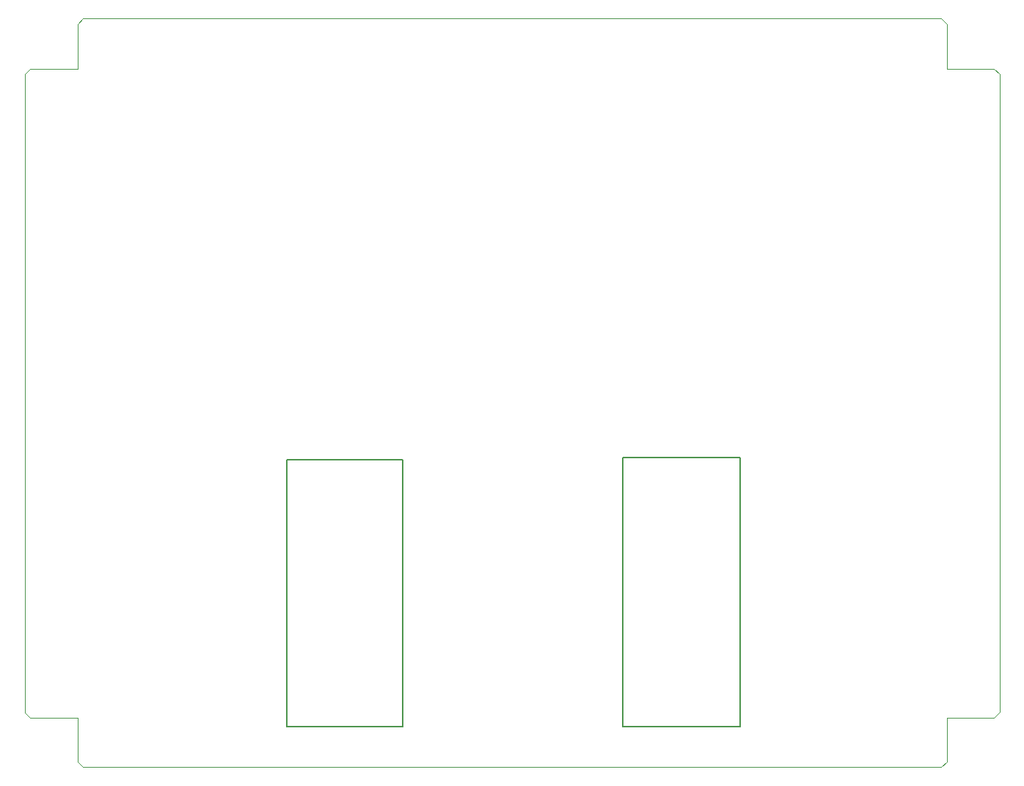
<source format=gbr>
%TF.GenerationSoftware,KiCad,Pcbnew,(5.1.7-0-10_14)*%
%TF.CreationDate,2020-11-12T17:11:24+00:00*%
%TF.ProjectId,CirrusDspPedal,43697272-7573-4447-9370-506564616c2e,rev?*%
%TF.SameCoordinates,Original*%
%TF.FileFunction,Profile,NP*%
%FSLAX46Y46*%
G04 Gerber Fmt 4.6, Leading zero omitted, Abs format (unit mm)*
G04 Created by KiCad (PCBNEW (5.1.7-0-10_14)) date 2020-11-12 17:11:24*
%MOMM*%
%LPD*%
G01*
G04 APERTURE LIST*
%TA.AperFunction,Profile*%
%ADD10C,0.150000*%
%TD*%
%TA.AperFunction,Profile*%
%ADD11C,0.050000*%
%TD*%
G04 APERTURE END LIST*
D10*
X122555000Y-105513799D02*
X136012121Y-105513799D01*
X174879000Y-105203533D02*
X174879000Y-136271000D01*
X161390876Y-136271000D02*
X161390876Y-105203533D01*
X174879000Y-136271000D02*
X161390876Y-136271000D01*
X161390876Y-105203533D02*
X174879000Y-105203533D01*
X136012121Y-105513799D02*
X136012121Y-136271000D01*
X122555000Y-136271000D02*
X122555000Y-105513799D01*
X136012121Y-136271000D02*
X122555000Y-136271000D01*
D11*
X98425000Y-55181500D02*
X99060000Y-54546500D01*
X98425000Y-60325000D02*
X98425000Y-55181500D01*
X92964000Y-60325000D02*
X98425000Y-60325000D01*
X92329000Y-60960000D02*
X92964000Y-60325000D01*
X92329000Y-134683500D02*
X92329000Y-60960000D01*
X92964000Y-135318500D02*
X92329000Y-134683500D01*
X98425000Y-135318500D02*
X92964000Y-135318500D01*
X98425000Y-140335000D02*
X98425000Y-135318500D01*
X99060000Y-140970000D02*
X98425000Y-140335000D01*
X198120000Y-140970000D02*
X99060000Y-140970000D01*
X198755000Y-140335000D02*
X198120000Y-140970000D01*
X198755000Y-135255000D02*
X198755000Y-140335000D01*
X204216000Y-135255000D02*
X198755000Y-135255000D01*
X204851000Y-134620000D02*
X204216000Y-135255000D01*
X204851000Y-60960000D02*
X204851000Y-134620000D01*
X204216000Y-60325000D02*
X204851000Y-60960000D01*
X198755000Y-60325000D02*
X204216000Y-60325000D01*
X198755000Y-55181500D02*
X198755000Y-60325000D01*
X198120000Y-54546500D02*
X198755000Y-55181500D01*
X99060000Y-54546500D02*
X198120000Y-54546500D01*
M02*

</source>
